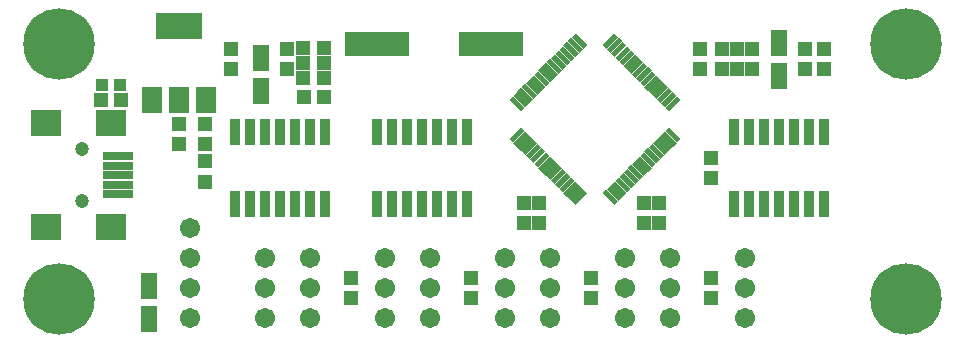
<source format=gts>
G04 EAGLE Gerber RS-274X export*
G75*
%MOMM*%
%FSLAX34Y34*%
%LPD*%
%INTop Soldermask*%
%IPPOS*%
%AMOC8*
5,1,8,0,0,1.08239X$1,22.5*%
G01*
%ADD10R,1.283200X1.253200*%
%ADD11R,1.253200X1.283200*%
%ADD12R,2.603200X2.203200*%
%ADD13R,2.511200X0.703200*%
%ADD14C,1.203200*%
%ADD15R,1.203200X1.303200*%
%ADD16R,0.453200X1.403200*%
%ADD17R,1.403200X0.453200*%
%ADD18R,1.701800X2.209800*%
%ADD19R,4.013200X2.209800*%
%ADD20R,0.863600X2.235200*%
%ADD21R,5.537200X2.133600*%
%ADD22R,1.303200X1.203200*%
%ADD23C,1.703200*%
%ADD24R,1.403200X2.203200*%
%ADD25C,6.045200*%
%ADD26R,1.003200X1.003200*%


D10*
X165100Y189725D03*
X165100Y172225D03*
X615950Y235725D03*
X615950Y253225D03*
X603250Y235725D03*
X603250Y253225D03*
X536575Y123050D03*
X536575Y105550D03*
X434975Y123050D03*
X434975Y105550D03*
X447675Y123050D03*
X447675Y105550D03*
X549275Y123050D03*
X549275Y105550D03*
X673100Y235725D03*
X673100Y253225D03*
X142875Y189725D03*
X142875Y172225D03*
D11*
X265925Y228600D03*
X248425Y228600D03*
X265925Y241300D03*
X248425Y241300D03*
X265925Y254000D03*
X248425Y254000D03*
D10*
X628650Y235725D03*
X628650Y253225D03*
X234950Y235725D03*
X234950Y253225D03*
D12*
X85800Y190050D03*
D13*
X91440Y162050D03*
X91440Y154050D03*
X91440Y146050D03*
X91440Y138050D03*
X91440Y130050D03*
D12*
X30800Y190050D03*
X85800Y102050D03*
X30800Y102050D03*
D14*
X60800Y168050D03*
X60800Y124050D03*
D15*
X688975Y235975D03*
X688975Y252975D03*
X187325Y252975D03*
X187325Y235975D03*
D16*
G36*
X475656Y263147D02*
X478861Y266352D01*
X488782Y256431D01*
X485577Y253226D01*
X475656Y263147D01*
G37*
G36*
X472120Y259612D02*
X475325Y262817D01*
X485246Y252896D01*
X482041Y249691D01*
X472120Y259612D01*
G37*
G36*
X468584Y256076D02*
X471789Y259281D01*
X481710Y249360D01*
X478505Y246155D01*
X468584Y256076D01*
G37*
G36*
X465049Y252541D02*
X468254Y255746D01*
X478175Y245825D01*
X474970Y242620D01*
X465049Y252541D01*
G37*
G36*
X461513Y249005D02*
X464718Y252210D01*
X474639Y242289D01*
X471434Y239084D01*
X461513Y249005D01*
G37*
G36*
X457978Y245470D02*
X461183Y248675D01*
X471104Y238754D01*
X467899Y235549D01*
X457978Y245470D01*
G37*
G36*
X454442Y241934D02*
X457647Y245139D01*
X467568Y235218D01*
X464363Y232013D01*
X454442Y241934D01*
G37*
G36*
X450907Y238399D02*
X454112Y241604D01*
X464033Y231683D01*
X460828Y228478D01*
X450907Y238399D01*
G37*
G36*
X447371Y234863D02*
X450576Y238068D01*
X460497Y228147D01*
X457292Y224942D01*
X447371Y234863D01*
G37*
G36*
X443836Y231328D02*
X447041Y234533D01*
X456962Y224612D01*
X453757Y221407D01*
X443836Y231328D01*
G37*
G36*
X440300Y227792D02*
X443505Y230997D01*
X453426Y221076D01*
X450221Y217871D01*
X440300Y227792D01*
G37*
G36*
X436765Y224257D02*
X439970Y227462D01*
X449891Y217541D01*
X446686Y214336D01*
X436765Y224257D01*
G37*
G36*
X433229Y220721D02*
X436434Y223926D01*
X446355Y214005D01*
X443150Y210800D01*
X433229Y220721D01*
G37*
G36*
X429694Y217186D02*
X432899Y220391D01*
X442820Y210470D01*
X439615Y207265D01*
X429694Y217186D01*
G37*
G36*
X426158Y213650D02*
X429363Y216855D01*
X439284Y206934D01*
X436079Y203729D01*
X426158Y213650D01*
G37*
G36*
X422623Y210114D02*
X425828Y213319D01*
X435749Y203398D01*
X432544Y200193D01*
X422623Y210114D01*
G37*
D17*
G36*
X422623Y177236D02*
X432544Y187157D01*
X435749Y183952D01*
X425828Y174031D01*
X422623Y177236D01*
G37*
G36*
X426158Y173700D02*
X436079Y183621D01*
X439284Y180416D01*
X429363Y170495D01*
X426158Y173700D01*
G37*
G36*
X429694Y170164D02*
X439615Y180085D01*
X442820Y176880D01*
X432899Y166959D01*
X429694Y170164D01*
G37*
G36*
X433229Y166629D02*
X443150Y176550D01*
X446355Y173345D01*
X436434Y163424D01*
X433229Y166629D01*
G37*
G36*
X436765Y163093D02*
X446686Y173014D01*
X449891Y169809D01*
X439970Y159888D01*
X436765Y163093D01*
G37*
G36*
X440300Y159558D02*
X450221Y169479D01*
X453426Y166274D01*
X443505Y156353D01*
X440300Y159558D01*
G37*
G36*
X443836Y156022D02*
X453757Y165943D01*
X456962Y162738D01*
X447041Y152817D01*
X443836Y156022D01*
G37*
G36*
X447371Y152487D02*
X457292Y162408D01*
X460497Y159203D01*
X450576Y149282D01*
X447371Y152487D01*
G37*
G36*
X450907Y148951D02*
X460828Y158872D01*
X464033Y155667D01*
X454112Y145746D01*
X450907Y148951D01*
G37*
G36*
X454442Y145416D02*
X464363Y155337D01*
X467568Y152132D01*
X457647Y142211D01*
X454442Y145416D01*
G37*
G36*
X457978Y141880D02*
X467899Y151801D01*
X471104Y148596D01*
X461183Y138675D01*
X457978Y141880D01*
G37*
G36*
X461513Y138345D02*
X471434Y148266D01*
X474639Y145061D01*
X464718Y135140D01*
X461513Y138345D01*
G37*
G36*
X465049Y134809D02*
X474970Y144730D01*
X478175Y141525D01*
X468254Y131604D01*
X465049Y134809D01*
G37*
G36*
X468584Y131274D02*
X478505Y141195D01*
X481710Y137990D01*
X471789Y128069D01*
X468584Y131274D01*
G37*
G36*
X472120Y127738D02*
X482041Y137659D01*
X485246Y134454D01*
X475325Y124533D01*
X472120Y127738D01*
G37*
G36*
X475656Y124203D02*
X485577Y134124D01*
X488782Y130919D01*
X478861Y120998D01*
X475656Y124203D01*
G37*
D16*
G36*
X501818Y130919D02*
X505023Y134124D01*
X514944Y124203D01*
X511739Y120998D01*
X501818Y130919D01*
G37*
G36*
X505354Y134454D02*
X508559Y137659D01*
X518480Y127738D01*
X515275Y124533D01*
X505354Y134454D01*
G37*
G36*
X508890Y137990D02*
X512095Y141195D01*
X522016Y131274D01*
X518811Y128069D01*
X508890Y137990D01*
G37*
G36*
X512425Y141525D02*
X515630Y144730D01*
X525551Y134809D01*
X522346Y131604D01*
X512425Y141525D01*
G37*
G36*
X515961Y145061D02*
X519166Y148266D01*
X529087Y138345D01*
X525882Y135140D01*
X515961Y145061D01*
G37*
G36*
X519496Y148596D02*
X522701Y151801D01*
X532622Y141880D01*
X529417Y138675D01*
X519496Y148596D01*
G37*
G36*
X523032Y152132D02*
X526237Y155337D01*
X536158Y145416D01*
X532953Y142211D01*
X523032Y152132D01*
G37*
G36*
X526567Y155667D02*
X529772Y158872D01*
X539693Y148951D01*
X536488Y145746D01*
X526567Y155667D01*
G37*
G36*
X530103Y159203D02*
X533308Y162408D01*
X543229Y152487D01*
X540024Y149282D01*
X530103Y159203D01*
G37*
G36*
X533638Y162738D02*
X536843Y165943D01*
X546764Y156022D01*
X543559Y152817D01*
X533638Y162738D01*
G37*
G36*
X537174Y166274D02*
X540379Y169479D01*
X550300Y159558D01*
X547095Y156353D01*
X537174Y166274D01*
G37*
G36*
X540709Y169809D02*
X543914Y173014D01*
X553835Y163093D01*
X550630Y159888D01*
X540709Y169809D01*
G37*
G36*
X544245Y173345D02*
X547450Y176550D01*
X557371Y166629D01*
X554166Y163424D01*
X544245Y173345D01*
G37*
G36*
X547780Y176880D02*
X550985Y180085D01*
X560906Y170164D01*
X557701Y166959D01*
X547780Y176880D01*
G37*
G36*
X551316Y180416D02*
X554521Y183621D01*
X564442Y173700D01*
X561237Y170495D01*
X551316Y180416D01*
G37*
G36*
X554851Y183952D02*
X558056Y187157D01*
X567977Y177236D01*
X564772Y174031D01*
X554851Y183952D01*
G37*
D17*
G36*
X554851Y203398D02*
X564772Y213319D01*
X567977Y210114D01*
X558056Y200193D01*
X554851Y203398D01*
G37*
G36*
X551316Y206934D02*
X561237Y216855D01*
X564442Y213650D01*
X554521Y203729D01*
X551316Y206934D01*
G37*
G36*
X547780Y210470D02*
X557701Y220391D01*
X560906Y217186D01*
X550985Y207265D01*
X547780Y210470D01*
G37*
G36*
X544245Y214005D02*
X554166Y223926D01*
X557371Y220721D01*
X547450Y210800D01*
X544245Y214005D01*
G37*
G36*
X540709Y217541D02*
X550630Y227462D01*
X553835Y224257D01*
X543914Y214336D01*
X540709Y217541D01*
G37*
G36*
X537174Y221076D02*
X547095Y230997D01*
X550300Y227792D01*
X540379Y217871D01*
X537174Y221076D01*
G37*
G36*
X533638Y224612D02*
X543559Y234533D01*
X546764Y231328D01*
X536843Y221407D01*
X533638Y224612D01*
G37*
G36*
X530103Y228147D02*
X540024Y238068D01*
X543229Y234863D01*
X533308Y224942D01*
X530103Y228147D01*
G37*
G36*
X526567Y231683D02*
X536488Y241604D01*
X539693Y238399D01*
X529772Y228478D01*
X526567Y231683D01*
G37*
G36*
X523032Y235218D02*
X532953Y245139D01*
X536158Y241934D01*
X526237Y232013D01*
X523032Y235218D01*
G37*
G36*
X519496Y238754D02*
X529417Y248675D01*
X532622Y245470D01*
X522701Y235549D01*
X519496Y238754D01*
G37*
G36*
X515961Y242289D02*
X525882Y252210D01*
X529087Y249005D01*
X519166Y239084D01*
X515961Y242289D01*
G37*
G36*
X512425Y245825D02*
X522346Y255746D01*
X525551Y252541D01*
X515630Y242620D01*
X512425Y245825D01*
G37*
G36*
X508890Y249360D02*
X518811Y259281D01*
X522016Y256076D01*
X512095Y246155D01*
X508890Y249360D01*
G37*
G36*
X505354Y252896D02*
X515275Y262817D01*
X518480Y259612D01*
X508559Y249691D01*
X505354Y252896D01*
G37*
G36*
X501818Y256431D02*
X511739Y266352D01*
X514944Y263147D01*
X505023Y253226D01*
X501818Y256431D01*
G37*
D18*
X120269Y209804D03*
X143129Y209804D03*
X165989Y209804D03*
D19*
X142875Y272796D03*
D20*
X266700Y183134D03*
X266700Y121666D03*
X254000Y183134D03*
X241300Y183134D03*
X254000Y121666D03*
X241300Y121666D03*
X228600Y183134D03*
X228600Y121666D03*
X215900Y183134D03*
X203200Y183134D03*
X215900Y121666D03*
X203200Y121666D03*
X190500Y183134D03*
X190500Y121666D03*
X612775Y121666D03*
X612775Y183134D03*
X625475Y121666D03*
X638175Y121666D03*
X625475Y183134D03*
X638175Y183134D03*
X650875Y121666D03*
X650875Y183134D03*
X663575Y121666D03*
X676275Y121666D03*
X663575Y183134D03*
X676275Y183134D03*
X688975Y121666D03*
X688975Y183134D03*
X387350Y183134D03*
X387350Y121666D03*
X374650Y183134D03*
X361950Y183134D03*
X374650Y121666D03*
X361950Y121666D03*
X349250Y183134D03*
X349250Y121666D03*
X336550Y183134D03*
X323850Y183134D03*
X336550Y121666D03*
X323850Y121666D03*
X311150Y183134D03*
X311150Y121666D03*
D21*
X407035Y257175D03*
X310515Y257175D03*
D15*
X248675Y212725D03*
X265675Y212725D03*
D22*
X584200Y252975D03*
X584200Y235975D03*
D23*
X215900Y76200D03*
X215900Y50800D03*
X215900Y25400D03*
X317500Y76200D03*
X317500Y50800D03*
X317500Y25400D03*
X419100Y76200D03*
X419100Y50800D03*
X419100Y25400D03*
X520700Y76200D03*
X520700Y50800D03*
X520700Y25400D03*
X622300Y76200D03*
X622300Y50800D03*
X622300Y25400D03*
D22*
X288925Y42300D03*
X288925Y59300D03*
X390525Y42300D03*
X390525Y59300D03*
X593725Y42300D03*
X593725Y59300D03*
X492125Y42300D03*
X492125Y59300D03*
D24*
X650875Y230475D03*
X650875Y258475D03*
X212725Y217775D03*
X212725Y245775D03*
X117475Y52100D03*
X117475Y24100D03*
D10*
X165100Y140475D03*
X165100Y157975D03*
X593725Y161150D03*
X593725Y143650D03*
D23*
X254000Y76200D03*
X254000Y50800D03*
X254000Y25400D03*
X355600Y76200D03*
X355600Y50800D03*
X355600Y25400D03*
X457200Y76200D03*
X457200Y50800D03*
X457200Y25400D03*
X558800Y76200D03*
X558800Y50800D03*
X558800Y25400D03*
X152400Y76200D03*
X152400Y50800D03*
X152400Y25400D03*
X152400Y101600D03*
D25*
X41275Y41275D03*
X41275Y257175D03*
X758825Y257175D03*
X758825Y41275D03*
D26*
X93225Y222250D03*
X78225Y222250D03*
D15*
X77225Y209550D03*
X94225Y209550D03*
M02*

</source>
